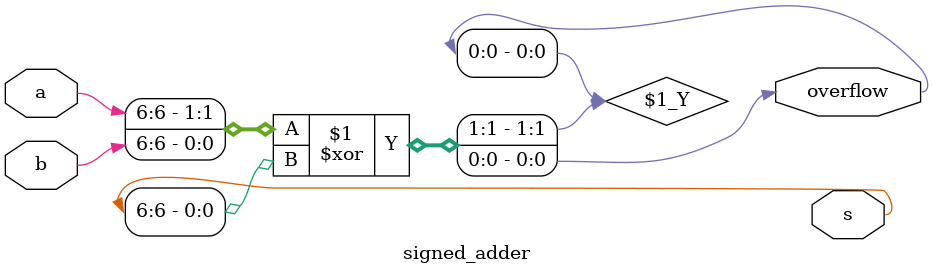
<source format=v>

module signed_adder(input [7:0] a,
    input [7:0] b,
    output [7:0] s,
    output overflow
); 

// The numbers a and b are added to the output s. 
// assign the occurence of the signed overflow of a and b to the output overflow.
// a signed overflow occurs if the most significant bits of a and b are low and the most significant bit of s is high
// a signed overflow may also occur if the most significant bits of a and b are high and the most significant bit of s is low


assign overflow = {a[6],b[6]} ^ s[6];

// utility carry 

//Full adder 1

/*
reg [8:0] c;

//Half adder 1

//Full adder 2

//Half adder 2

//Half adder 3
*/
 

endmodule

</source>
